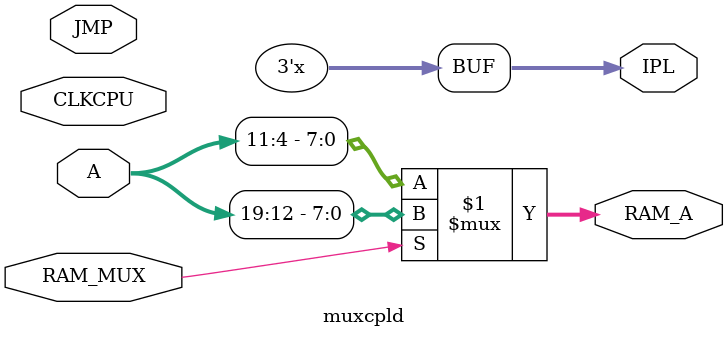
<source format=v>
`timescale 1ns / 1ps
/*  muxcpld.v

	Copyright (C) 2016-2017, Stephen J. Leary
	All rights reserved.
	
	This file is part of  TF328 (Terrible Fire CD32 RAM + IDE BOARD)

    TF328 is free: you can redistribute it and/or modify
    it under the terms of the GNU General Public License as published by
    the Free Software Foundation, either version 3 of the License, or
    (at your option) any later version.

    TF530 is distributed in the hope that it will be useful,
    but WITHOUT ANY WARRANTY; without even the implied warranty of
    MERCHANTABILITY or FITNESS FOR A PARTICULAR PURPOSE.  See the
    GNU General Public License for more details.

    You should have received a copy of the GNU General Public License
    along with TF328. If not, see <http://www.gnu.org/licenses/>.
*/


module muxcpld (
	input RAM_MUX,
	input CLKCPU,
	input [19:3] A,
	output [9:2] RAM_A,
	input  JMP,
	output [2:0] IPL
);

assign RAM_A = RAM_MUX ? {A[19:12]} : {A[11:4]};

assign IPL = 3'bzzz;

endmodule
</source>
